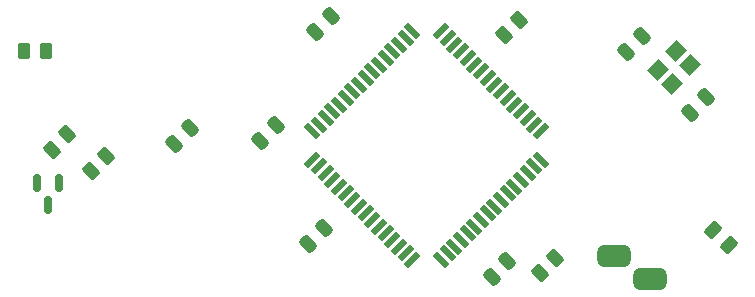
<source format=gbr>
%TF.GenerationSoftware,KiCad,Pcbnew,(6.0.4)*%
%TF.CreationDate,2022-05-16T22:22:17+02:00*%
%TF.ProjectId,pcb-rounded,7063622d-726f-4756-9e64-65642e6b6963,rev?*%
%TF.SameCoordinates,Original*%
%TF.FileFunction,Paste,Top*%
%TF.FilePolarity,Positive*%
%FSLAX46Y46*%
G04 Gerber Fmt 4.6, Leading zero omitted, Abs format (unit mm)*
G04 Created by KiCad (PCBNEW (6.0.4)) date 2022-05-16 22:22:17*
%MOMM*%
%LPD*%
G01*
G04 APERTURE LIST*
G04 Aperture macros list*
%AMRoundRect*
0 Rectangle with rounded corners*
0 $1 Rounding radius*
0 $2 $3 $4 $5 $6 $7 $8 $9 X,Y pos of 4 corners*
0 Add a 4 corners polygon primitive as box body*
4,1,4,$2,$3,$4,$5,$6,$7,$8,$9,$2,$3,0*
0 Add four circle primitives for the rounded corners*
1,1,$1+$1,$2,$3*
1,1,$1+$1,$4,$5*
1,1,$1+$1,$6,$7*
1,1,$1+$1,$8,$9*
0 Add four rect primitives between the rounded corners*
20,1,$1+$1,$2,$3,$4,$5,0*
20,1,$1+$1,$4,$5,$6,$7,0*
20,1,$1+$1,$6,$7,$8,$9,0*
20,1,$1+$1,$8,$9,$2,$3,0*%
%AMRotRect*
0 Rectangle, with rotation*
0 The origin of the aperture is its center*
0 $1 length*
0 $2 width*
0 $3 Rotation angle, in degrees counterclockwise*
0 Add horizontal line*
21,1,$1,$2,0,0,$3*%
G04 Aperture macros list end*
%ADD10RoundRect,0.450000X-0.950000X-0.450000X0.950000X-0.450000X0.950000X0.450000X-0.950000X0.450000X0*%
%ADD11RoundRect,0.250000X-0.132583X0.503814X-0.503814X0.132583X0.132583X-0.503814X0.503814X-0.132583X0*%
%ADD12RoundRect,0.250000X0.159099X-0.512652X0.512652X-0.159099X-0.159099X0.512652X-0.512652X0.159099X0*%
%ADD13RoundRect,0.250000X-0.159099X0.512652X-0.512652X0.159099X0.159099X-0.512652X0.512652X-0.159099X0*%
%ADD14RoundRect,0.250000X-0.503814X-0.132583X-0.132583X-0.503814X0.503814X0.132583X0.132583X0.503814X0*%
%ADD15RotRect,1.500000X0.550000X45.000000*%
%ADD16RotRect,1.500000X0.550000X135.000000*%
%ADD17RoundRect,0.250000X-0.262500X-0.450000X0.262500X-0.450000X0.262500X0.450000X-0.262500X0.450000X0*%
%ADD18RoundRect,0.150000X-0.150000X0.587500X-0.150000X-0.587500X0.150000X-0.587500X0.150000X0.587500X0*%
%ADD19RoundRect,0.250000X0.132583X-0.503814X0.503814X-0.132583X-0.132583X0.503814X-0.503814X0.132583X0*%
%ADD20RotRect,1.400000X1.200000X225.000000*%
G04 APERTURE END LIST*
D10*
%TO.C,SW1*%
X458875000Y-185531250D03*
X461875000Y-187531250D03*
%TD*%
D11*
%TO.C,R2*%
X415845235Y-177054765D03*
X414554765Y-178345235D03*
%TD*%
D12*
%TO.C,C7*%
X448468750Y-187325000D03*
X449812252Y-185981498D03*
%TD*%
D13*
%TO.C,C4*%
X434249751Y-183224249D03*
X432906249Y-184567751D03*
%TD*%
D12*
%TO.C,C3*%
X465259499Y-173471751D03*
X466603001Y-172128249D03*
%TD*%
D14*
%TO.C,R8*%
X467254765Y-183354765D03*
X468545235Y-184645235D03*
%TD*%
D15*
%TO.C,U1*%
X433288637Y-177414582D03*
X433854323Y-177980267D03*
X434420008Y-178545952D03*
X434985693Y-179111638D03*
X435551379Y-179677323D03*
X436117064Y-180243009D03*
X436682750Y-180808694D03*
X437248435Y-181374380D03*
X437814120Y-181940065D03*
X438379806Y-182505750D03*
X438945491Y-183071436D03*
X439511177Y-183637121D03*
X440076862Y-184202807D03*
X440642548Y-184768492D03*
X441208233Y-185334177D03*
X441773918Y-185899863D03*
D16*
X444178082Y-185899863D03*
X444743767Y-185334177D03*
X445309452Y-184768492D03*
X445875138Y-184202807D03*
X446440823Y-183637121D03*
X447006509Y-183071436D03*
X447572194Y-182505750D03*
X448137880Y-181940065D03*
X448703565Y-181374380D03*
X449269250Y-180808694D03*
X449834936Y-180243009D03*
X450400621Y-179677323D03*
X450966307Y-179111638D03*
X451531992Y-178545952D03*
X452097677Y-177980267D03*
X452663363Y-177414582D03*
D15*
X452663363Y-175010418D03*
X452097677Y-174444733D03*
X451531992Y-173879048D03*
X450966307Y-173313362D03*
X450400621Y-172747677D03*
X449834936Y-172181991D03*
X449269250Y-171616306D03*
X448703565Y-171050620D03*
X448137880Y-170484935D03*
X447572194Y-169919250D03*
X447006509Y-169353564D03*
X446440823Y-168787879D03*
X445875138Y-168222193D03*
X445309452Y-167656508D03*
X444743767Y-167090823D03*
X444178082Y-166525137D03*
D16*
X441773918Y-166525137D03*
X441208233Y-167090823D03*
X440642548Y-167656508D03*
X440076862Y-168222193D03*
X439511177Y-168787879D03*
X438945491Y-169353564D03*
X438379806Y-169919250D03*
X437814120Y-170484935D03*
X437248435Y-171050620D03*
X436682750Y-171616306D03*
X436117064Y-172181991D03*
X435551379Y-172747677D03*
X434985693Y-173313362D03*
X434420008Y-173879048D03*
X433854323Y-174444733D03*
X433288637Y-175010418D03*
%TD*%
D17*
%TO.C,R7*%
X408887500Y-168200000D03*
X410712500Y-168200000D03*
%TD*%
D13*
%TO.C,C8*%
X422946751Y-174746999D03*
X421603249Y-176090501D03*
%TD*%
D18*
%TO.C,Q1*%
X411850000Y-179362500D03*
X409950000Y-179362500D03*
X410900000Y-181237500D03*
%TD*%
D19*
%TO.C,R1*%
X452586015Y-187027970D03*
X453876485Y-185737500D03*
%TD*%
D12*
%TO.C,C6*%
X433509499Y-166565501D03*
X434853001Y-165221999D03*
%TD*%
D19*
%TO.C,R3*%
X411254765Y-176545235D03*
X412545235Y-175254765D03*
%TD*%
D20*
%TO.C,Y1*%
X464108027Y-168221142D03*
X462552392Y-169776777D03*
X463754473Y-170978858D03*
X465310108Y-169423223D03*
%TD*%
D19*
%TO.C,R6*%
X449499515Y-166845235D03*
X450789985Y-165554765D03*
%TD*%
D12*
%TO.C,C5*%
X428873999Y-175804751D03*
X430217501Y-174461249D03*
%TD*%
D13*
%TO.C,C2*%
X461203001Y-166928249D03*
X459859499Y-168271751D03*
%TD*%
M02*

</source>
